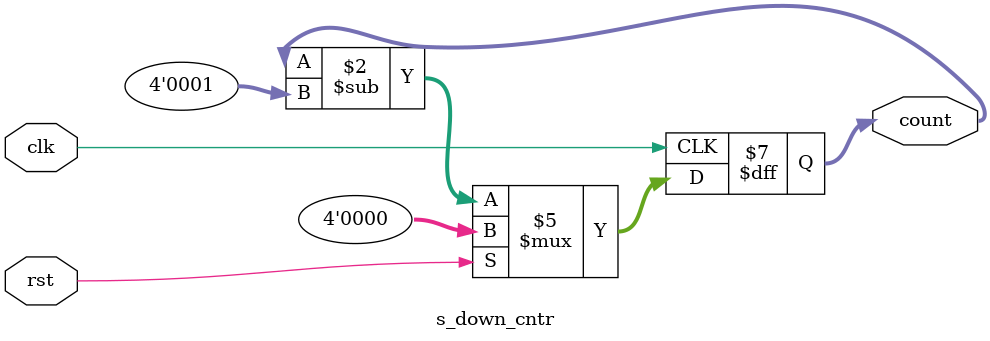
<source format=sv>
`timescale 1ns / 1ps


module s_down_cntr(clk,rst,count

    );
    input logic clk,rst;
    output logic [3:0]count=4'b0000;
    always @(negedge clk)
    begin
    if(rst)
    count=4'b0000;
    else
    begin
    count=count-4'b0001;
    end
    end
endmodule

</source>
